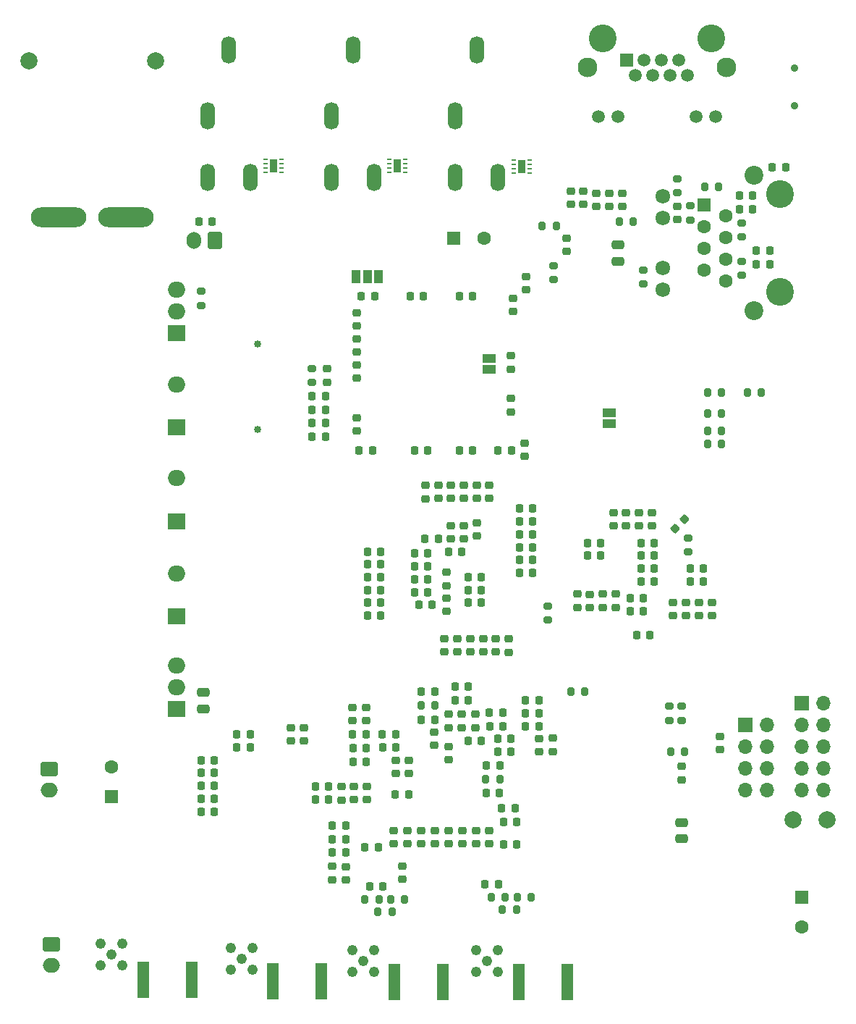
<source format=gbr>
%TF.GenerationSoftware,KiCad,Pcbnew,7.0.2*%
%TF.CreationDate,2024-03-22T17:28:19-04:00*%
%TF.ProjectId,MR-Core,4d522d43-6f72-4652-9e6b-696361645f70,rev?*%
%TF.SameCoordinates,Original*%
%TF.FileFunction,Soldermask,Bot*%
%TF.FilePolarity,Negative*%
%FSLAX46Y46*%
G04 Gerber Fmt 4.6, Leading zero omitted, Abs format (unit mm)*
G04 Created by KiCad (PCBNEW 7.0.2) date 2024-03-22 17:28:19*
%MOMM*%
%LPD*%
G01*
G04 APERTURE LIST*
G04 Aperture macros list*
%AMRoundRect*
0 Rectangle with rounded corners*
0 $1 Rounding radius*
0 $2 $3 $4 $5 $6 $7 $8 $9 X,Y pos of 4 corners*
0 Add a 4 corners polygon primitive as box body*
4,1,4,$2,$3,$4,$5,$6,$7,$8,$9,$2,$3,0*
0 Add four circle primitives for the rounded corners*
1,1,$1+$1,$2,$3*
1,1,$1+$1,$4,$5*
1,1,$1+$1,$6,$7*
1,1,$1+$1,$8,$9*
0 Add four rect primitives between the rounded corners*
20,1,$1+$1,$2,$3,$4,$5,0*
20,1,$1+$1,$4,$5,$6,$7,0*
20,1,$1+$1,$6,$7,$8,$9,0*
20,1,$1+$1,$8,$9,$2,$3,0*%
G04 Aperture macros list end*
%ADD10R,2.000000X1.905000*%
%ADD11O,2.000000X1.905000*%
%ADD12R,1.350000X4.200000*%
%ADD13C,1.240000*%
%ADD14RoundRect,0.250000X-0.750000X0.600000X-0.750000X-0.600000X0.750000X-0.600000X0.750000X0.600000X0*%
%ADD15O,2.000000X1.700000*%
%ADD16C,0.900000*%
%ADD17O,1.712000X3.220000*%
%ADD18C,2.000000*%
%ADD19O,6.500000X2.300000*%
%ADD20R,1.600000X1.600000*%
%ADD21C,1.600000*%
%ADD22RoundRect,0.250000X0.600000X0.750000X-0.600000X0.750000X-0.600000X-0.750000X0.600000X-0.750000X0*%
%ADD23O,1.700000X2.000000*%
%ADD24C,3.250000*%
%ADD25R,1.500000X1.500000*%
%ADD26C,1.500000*%
%ADD27C,2.300000*%
%ADD28RoundRect,0.248000X0.552000X-0.552000X0.552000X0.552000X-0.552000X0.552000X-0.552000X-0.552000X0*%
%ADD29C,1.720000*%
%ADD30C,2.200000*%
%ADD31C,0.850000*%
%ADD32R,1.700000X1.700000*%
%ADD33O,1.700000X1.700000*%
%ADD34RoundRect,0.225000X-0.225000X-0.250000X0.225000X-0.250000X0.225000X0.250000X-0.225000X0.250000X0*%
%ADD35RoundRect,0.225000X0.225000X0.250000X-0.225000X0.250000X-0.225000X-0.250000X0.225000X-0.250000X0*%
%ADD36RoundRect,0.225000X-0.250000X0.225000X-0.250000X-0.225000X0.250000X-0.225000X0.250000X0.225000X0*%
%ADD37RoundRect,0.225000X0.250000X-0.225000X0.250000X0.225000X-0.250000X0.225000X-0.250000X-0.225000X0*%
%ADD38RoundRect,0.218750X-0.256250X0.218750X-0.256250X-0.218750X0.256250X-0.218750X0.256250X0.218750X0*%
%ADD39R,1.500000X1.000000*%
%ADD40RoundRect,0.200000X0.200000X0.275000X-0.200000X0.275000X-0.200000X-0.275000X0.200000X-0.275000X0*%
%ADD41RoundRect,0.200000X-0.200000X-0.275000X0.200000X-0.275000X0.200000X0.275000X-0.200000X0.275000X0*%
%ADD42R,0.500000X0.250000*%
%ADD43R,0.900000X1.600000*%
%ADD44RoundRect,0.218750X0.256250X-0.218750X0.256250X0.218750X-0.256250X0.218750X-0.256250X-0.218750X0*%
%ADD45RoundRect,0.200000X-0.275000X0.200000X-0.275000X-0.200000X0.275000X-0.200000X0.275000X0.200000X0*%
%ADD46RoundRect,0.225000X-0.017678X0.335876X-0.335876X0.017678X0.017678X-0.335876X0.335876X-0.017678X0*%
%ADD47RoundRect,0.200000X0.275000X-0.200000X0.275000X0.200000X-0.275000X0.200000X-0.275000X-0.200000X0*%
%ADD48RoundRect,0.218750X-0.218750X-0.256250X0.218750X-0.256250X0.218750X0.256250X-0.218750X0.256250X0*%
%ADD49R,1.000000X1.500000*%
%ADD50RoundRect,0.218750X0.218750X0.256250X-0.218750X0.256250X-0.218750X-0.256250X0.218750X-0.256250X0*%
%ADD51RoundRect,0.250000X-0.475000X0.250000X-0.475000X-0.250000X0.475000X-0.250000X0.475000X0.250000X0*%
G04 APERTURE END LIST*
D10*
%TO.C,R25*%
X107400000Y-77040000D03*
D11*
X107400000Y-72040000D03*
%TD*%
D12*
%TO.C,J17*%
X132875000Y-141887500D03*
X138525000Y-141887500D03*
%TD*%
D13*
%TO.C,J1*%
X143730000Y-139500000D03*
X142460000Y-138230000D03*
X142460000Y-140770000D03*
X145000000Y-138230000D03*
X145000000Y-140770000D03*
%TD*%
%TO.C,J2*%
X129250000Y-139500000D03*
X127980000Y-138230000D03*
X127980000Y-140770000D03*
X130520000Y-138230000D03*
X130520000Y-140770000D03*
%TD*%
D10*
%TO.C,R26*%
X107400000Y-99200000D03*
D11*
X107400000Y-94200000D03*
%TD*%
D14*
%TO.C,J20*%
X92750000Y-137500000D03*
D15*
X92750000Y-140000000D03*
%TD*%
D13*
%TO.C,J3*%
X99797500Y-138750000D03*
X101067500Y-140020000D03*
X101067500Y-137480000D03*
X98527500Y-140020000D03*
X98527500Y-137480000D03*
%TD*%
D16*
%TO.C,J23*%
X179725000Y-39500000D03*
X179725000Y-35100000D03*
%TD*%
D17*
%TO.C,J22*%
X128000000Y-33000000D03*
X125500000Y-47900000D03*
X130500000Y-47900000D03*
X125500000Y-40700000D03*
%TD*%
D18*
%TO.C,J12*%
X90110000Y-34260000D03*
X104890000Y-34260000D03*
D19*
X93550000Y-52500000D03*
X101450000Y-52500000D03*
%TD*%
D12*
%TO.C,J18*%
X147425000Y-141887500D03*
X153075000Y-141887500D03*
%TD*%
D20*
%TO.C,C139*%
X180500000Y-132000000D03*
D21*
X180500000Y-135500000D03*
%TD*%
D22*
%TO.C,J19*%
X111900000Y-55200000D03*
D23*
X109400000Y-55200000D03*
%TD*%
D18*
%TO.C,TP8*%
X183500000Y-123000000D03*
%TD*%
D12*
%TO.C,J8*%
X103500000Y-141637500D03*
X109150000Y-141637500D03*
%TD*%
%TO.C,J16*%
X118625000Y-141837500D03*
X124275000Y-141837500D03*
%TD*%
D24*
%TO.C,J9*%
X157290000Y-31585000D03*
X169990000Y-31585000D03*
D25*
X160080000Y-34125000D03*
D26*
X161096000Y-35905000D03*
X162112000Y-34125000D03*
X163128000Y-35905000D03*
X164144000Y-34125000D03*
X165160000Y-35905000D03*
X166176000Y-34125000D03*
X167192000Y-35905000D03*
X156780000Y-40725000D03*
X159070000Y-40725000D03*
X168210000Y-40725000D03*
X170500000Y-40725000D03*
D27*
X155510000Y-35015000D03*
X171770000Y-35015000D03*
%TD*%
D18*
%TO.C,TP7*%
X179500000Y-123000000D03*
%TD*%
D24*
%TO.C,J15*%
X178000000Y-49785000D03*
X178000000Y-61215000D03*
D28*
X169110000Y-51055000D03*
D21*
X171650000Y-52325000D03*
X169110000Y-53595000D03*
X171650000Y-54865000D03*
X169110000Y-56135000D03*
X171650000Y-57405000D03*
X169110000Y-58675000D03*
X171650000Y-59945000D03*
D29*
X164280000Y-50035000D03*
X164280000Y-52575000D03*
X164280000Y-58425000D03*
X164280000Y-60965000D03*
D30*
X174950000Y-47600000D03*
X174950000Y-63400000D03*
%TD*%
D31*
%TO.C,J13*%
X116900000Y-77300000D03*
X116900000Y-67300000D03*
%TD*%
D20*
%TO.C,C198*%
X99750000Y-120250000D03*
D21*
X99750000Y-116750000D03*
%TD*%
D32*
%TO.C,J6*%
X180500000Y-109340000D03*
D33*
X183040000Y-109340000D03*
X180500000Y-111880000D03*
X183040000Y-111880000D03*
X180500000Y-114420000D03*
X183040000Y-114420000D03*
X180500000Y-116960000D03*
X183040000Y-116960000D03*
X180500000Y-119500000D03*
X183040000Y-119500000D03*
%TD*%
D10*
%TO.C,U14*%
X107400000Y-66040000D03*
D11*
X107400000Y-63500000D03*
X107400000Y-60960000D03*
%TD*%
D17*
%TO.C,J7*%
X113500000Y-33000000D03*
X111000000Y-47900000D03*
X116000000Y-47900000D03*
X111000000Y-40700000D03*
%TD*%
D13*
%TO.C,J4*%
X115000000Y-139250000D03*
X113730000Y-140520000D03*
X116270000Y-140520000D03*
X113730000Y-137980000D03*
X116270000Y-137980000D03*
%TD*%
D10*
%TO.C,R30*%
X107400000Y-88040000D03*
D11*
X107400000Y-83040000D03*
%TD*%
D17*
%TO.C,J5*%
X142500000Y-33000000D03*
X140000000Y-47900000D03*
X145000000Y-47900000D03*
X140000000Y-40700000D03*
%TD*%
D10*
%TO.C,U18*%
X107400000Y-110040000D03*
D11*
X107400000Y-107500000D03*
X107400000Y-104960000D03*
%TD*%
D32*
%TO.C,J10*%
X173960000Y-111880000D03*
D33*
X176500000Y-111880000D03*
X173960000Y-114420000D03*
X176500000Y-114420000D03*
X173960000Y-116960000D03*
X176500000Y-116960000D03*
X173960000Y-119500000D03*
X176500000Y-119500000D03*
%TD*%
D14*
%TO.C,J21*%
X92500000Y-117000000D03*
D15*
X92500000Y-119500000D03*
%TD*%
D20*
%TO.C,C200*%
X139847349Y-55000000D03*
D21*
X143347349Y-55000000D03*
%TD*%
D34*
%TO.C,C17*%
X136025000Y-108000000D03*
X137575000Y-108000000D03*
%TD*%
D35*
%TO.C,C119*%
X162025000Y-97085429D03*
X160475000Y-97085429D03*
%TD*%
D36*
%TO.C,C112*%
X158750000Y-96570429D03*
X158750000Y-98120429D03*
%TD*%
D34*
%TO.C,C185*%
X147475000Y-91095429D03*
X149025000Y-91095429D03*
%TD*%
D37*
%TO.C,C64*%
X132800000Y-125750000D03*
X132800000Y-124200000D03*
%TD*%
D34*
%TO.C,C3*%
X114450000Y-113000000D03*
X116000000Y-113000000D03*
%TD*%
D35*
%TO.C,C181*%
X131300000Y-91595429D03*
X129750000Y-91595429D03*
%TD*%
%TO.C,C180*%
X138000000Y-90100000D03*
X136450000Y-90100000D03*
%TD*%
D36*
%TO.C,C67*%
X127950000Y-109825000D03*
X127950000Y-111375000D03*
%TD*%
D34*
%TO.C,C187*%
X147475000Y-88095429D03*
X149025000Y-88095429D03*
%TD*%
D36*
%TO.C,C46*%
X133000000Y-116025000D03*
X133000000Y-117575000D03*
%TD*%
%TO.C,C42*%
X144750000Y-101770429D03*
X144750000Y-103320429D03*
%TD*%
D35*
%TO.C,C127*%
X163275000Y-92095429D03*
X161725000Y-92095429D03*
%TD*%
D38*
%TO.C,FB4*%
X139000000Y-94012500D03*
X139000000Y-95587500D03*
%TD*%
D36*
%TO.C,C116*%
X168500000Y-97545429D03*
X168500000Y-99095429D03*
%TD*%
D37*
%TO.C,C156*%
X156500000Y-51275000D03*
X156500000Y-49725000D03*
%TD*%
%TO.C,C82*%
X140750000Y-112175000D03*
X140750000Y-110625000D03*
%TD*%
%TO.C,C148*%
X128500000Y-65250000D03*
X128500000Y-63700000D03*
%TD*%
%TO.C,C208*%
X153500000Y-51000000D03*
X153500000Y-49450000D03*
%TD*%
D36*
%TO.C,C111*%
X157270000Y-96570429D03*
X157270000Y-98120429D03*
%TD*%
D37*
%TO.C,C170*%
X166500000Y-118275000D03*
X166500000Y-116725000D03*
%TD*%
%TO.C,C87*%
X141000000Y-90120429D03*
X141000000Y-88570429D03*
%TD*%
D39*
%TO.C,JP1*%
X144000000Y-70300000D03*
X144000000Y-69000000D03*
%TD*%
D40*
%TO.C,R48*%
X175825000Y-73000000D03*
X174175000Y-73000000D03*
%TD*%
D34*
%TO.C,C167*%
X175225000Y-56400000D03*
X176775000Y-56400000D03*
%TD*%
D37*
%TO.C,C44*%
X144000000Y-125775000D03*
X144000000Y-124225000D03*
%TD*%
D35*
%TO.C,C176*%
X136775000Y-93345429D03*
X135225000Y-93345429D03*
%TD*%
%TO.C,C25*%
X131300000Y-99095429D03*
X129750000Y-99095429D03*
%TD*%
%TO.C,C129*%
X163275000Y-93595429D03*
X161725000Y-93595429D03*
%TD*%
D41*
%TO.C,R89*%
X159175000Y-53000000D03*
X160825000Y-53000000D03*
%TD*%
D34*
%TO.C,C131*%
X167475000Y-95095429D03*
X169025000Y-95095429D03*
%TD*%
D35*
%TO.C,C12*%
X143025000Y-113750000D03*
X141475000Y-113750000D03*
%TD*%
D34*
%TO.C,C96*%
X123250000Y-75000000D03*
X124800000Y-75000000D03*
%TD*%
D42*
%TO.C,U10*%
X146800000Y-47350000D03*
X146800000Y-46850000D03*
X146800000Y-46350000D03*
X146800000Y-45850000D03*
X148700000Y-45850000D03*
X148700000Y-46350000D03*
X148700000Y-46850000D03*
X148700000Y-47350000D03*
D43*
X147750000Y-46600000D03*
%TD*%
D34*
%TO.C,C24*%
X143475000Y-130500000D03*
X145025000Y-130500000D03*
%TD*%
D41*
%TO.C,R11*%
X147250000Y-132000000D03*
X148900000Y-132000000D03*
%TD*%
D44*
%TO.C,FB5*%
X127200000Y-130000000D03*
X127200000Y-128425000D03*
%TD*%
D37*
%TO.C,C19*%
X142500000Y-85395429D03*
X142500000Y-83845429D03*
%TD*%
%TO.C,C58*%
X142400000Y-125775000D03*
X142400000Y-124225000D03*
%TD*%
%TO.C,C79*%
X137600000Y-125775000D03*
X137600000Y-124225000D03*
%TD*%
D34*
%TO.C,C35*%
X139225000Y-91600000D03*
X140775000Y-91600000D03*
%TD*%
D45*
%TO.C,R87*%
X166000000Y-48000000D03*
X166000000Y-49650000D03*
%TD*%
D36*
%TO.C,C110*%
X155750000Y-96595429D03*
X155750000Y-98145429D03*
%TD*%
D34*
%TO.C,C66*%
X123600000Y-120600000D03*
X125150000Y-120600000D03*
%TD*%
D35*
%TO.C,C120*%
X162025000Y-98595429D03*
X160475000Y-98595429D03*
%TD*%
D37*
%TO.C,C122*%
X160000000Y-88620429D03*
X160000000Y-87070429D03*
%TD*%
D35*
%TO.C,C145*%
X136800000Y-79750000D03*
X135250000Y-79750000D03*
%TD*%
D34*
%TO.C,C48*%
X144975000Y-113500000D03*
X146525000Y-113500000D03*
%TD*%
%TO.C,C166*%
X175225000Y-58000000D03*
X176775000Y-58000000D03*
%TD*%
D36*
%TO.C,C179*%
X139000000Y-97050000D03*
X139000000Y-98600000D03*
%TD*%
%TO.C,C26*%
X146250000Y-101820429D03*
X146250000Y-103370429D03*
%TD*%
D34*
%TO.C,C99*%
X123250000Y-76600000D03*
X124800000Y-76600000D03*
%TD*%
D36*
%TO.C,C115*%
X167000000Y-97545429D03*
X167000000Y-99095429D03*
%TD*%
D34*
%TO.C,C188*%
X147500000Y-86595429D03*
X149050000Y-86595429D03*
%TD*%
D37*
%TO.C,C9*%
X122250000Y-113775000D03*
X122250000Y-112225000D03*
%TD*%
%TO.C,C33*%
X139500000Y-85395429D03*
X139500000Y-83845429D03*
%TD*%
D35*
%TO.C,C77*%
X149775000Y-112000000D03*
X148225000Y-112000000D03*
%TD*%
D36*
%TO.C,C84*%
X137500000Y-112725000D03*
X137500000Y-114275000D03*
%TD*%
D35*
%TO.C,C143*%
X146550000Y-79750000D03*
X145000000Y-79750000D03*
%TD*%
D37*
%TO.C,C72*%
X151400000Y-114975000D03*
X151400000Y-113425000D03*
%TD*%
D35*
%TO.C,C178*%
X136775000Y-96345429D03*
X135225000Y-96345429D03*
%TD*%
%TO.C,C182*%
X131300000Y-93095429D03*
X129750000Y-93095429D03*
%TD*%
%TO.C,C177*%
X136775000Y-94845429D03*
X135225000Y-94845429D03*
%TD*%
D36*
%TO.C,C149*%
X128500000Y-66725000D03*
X128500000Y-68275000D03*
%TD*%
D41*
%TO.C,R13*%
X169500000Y-75500000D03*
X171150000Y-75500000D03*
%TD*%
%TO.C,R101*%
X165175000Y-115000000D03*
X166825000Y-115000000D03*
%TD*%
D46*
%TO.C,C107*%
X166798008Y-87797421D03*
X165701992Y-88893437D03*
%TD*%
D35*
%TO.C,C162*%
X111816072Y-116000000D03*
X110266072Y-116000000D03*
%TD*%
D36*
%TO.C,C114*%
X165500000Y-97570429D03*
X165500000Y-99120429D03*
%TD*%
D35*
%TO.C,C117*%
X157000000Y-90595429D03*
X155450000Y-90595429D03*
%TD*%
%TO.C,C73*%
X127175000Y-123612500D03*
X125625000Y-123612500D03*
%TD*%
D36*
%TO.C,C152*%
X146500000Y-68725000D03*
X146500000Y-70275000D03*
%TD*%
D35*
%TO.C,C160*%
X111816072Y-119000000D03*
X110266072Y-119000000D03*
%TD*%
D42*
%TO.C,U28*%
X132250000Y-47250000D03*
X132250000Y-46750000D03*
X132250000Y-46250000D03*
X132250000Y-45750000D03*
X134150000Y-45750000D03*
X134150000Y-46250000D03*
X134150000Y-46750000D03*
X134150000Y-47250000D03*
D43*
X133200000Y-46500000D03*
%TD*%
D41*
%TO.C,R3*%
X169500000Y-79000000D03*
X171150000Y-79000000D03*
%TD*%
D34*
%TO.C,C153*%
X140450000Y-61750000D03*
X142000000Y-61750000D03*
%TD*%
D37*
%TO.C,C132*%
X163000000Y-88620429D03*
X163000000Y-87070429D03*
%TD*%
D34*
%TO.C,C97*%
X123250000Y-73400000D03*
X124800000Y-73400000D03*
%TD*%
D37*
%TO.C,C5*%
X171000000Y-114775000D03*
X171000000Y-113225000D03*
%TD*%
D47*
%TO.C,R97*%
X166500000Y-111325000D03*
X166500000Y-109675000D03*
%TD*%
D48*
%TO.C,FB6*%
X123612500Y-119100000D03*
X125187500Y-119100000D03*
%TD*%
D36*
%TO.C,C141*%
X128500000Y-75975000D03*
X128500000Y-77525000D03*
%TD*%
D44*
%TO.C,FB1*%
X125025000Y-71787500D03*
X125025000Y-70212500D03*
%TD*%
D37*
%TO.C,C53*%
X140800000Y-125775000D03*
X140800000Y-124225000D03*
%TD*%
D34*
%TO.C,C54*%
X144975000Y-115000000D03*
X146525000Y-115000000D03*
%TD*%
D40*
%TO.C,R8*%
X145225000Y-118200000D03*
X143575000Y-118200000D03*
%TD*%
D35*
%TO.C,C154*%
X111550000Y-53000000D03*
X110000000Y-53000000D03*
%TD*%
D45*
%TO.C,R64*%
X167250000Y-90020429D03*
X167250000Y-91670429D03*
%TD*%
D47*
%TO.C,R41*%
X167500000Y-52825000D03*
X167500000Y-51175000D03*
%TD*%
D36*
%TO.C,C146*%
X146750000Y-61975000D03*
X146750000Y-63525000D03*
%TD*%
D37*
%TO.C,C59*%
X139200000Y-115975000D03*
X139200000Y-114425000D03*
%TD*%
D35*
%TO.C,C172*%
X143025000Y-97595429D03*
X141475000Y-97595429D03*
%TD*%
%TO.C,C68*%
X127175000Y-126812500D03*
X125625000Y-126812500D03*
%TD*%
D36*
%TO.C,C29*%
X133820000Y-128345429D03*
X133820000Y-129895429D03*
%TD*%
D41*
%TO.C,R9*%
X135975000Y-109600000D03*
X137625000Y-109600000D03*
%TD*%
D34*
%TO.C,C102*%
X129000000Y-61750000D03*
X130550000Y-61750000D03*
%TD*%
D37*
%TO.C,C34*%
X141000000Y-85395429D03*
X141000000Y-83845429D03*
%TD*%
D41*
%TO.C,R28*%
X130925000Y-133750000D03*
X132575000Y-133750000D03*
%TD*%
D40*
%TO.C,R15*%
X131075000Y-132250000D03*
X129425000Y-132250000D03*
%TD*%
D34*
%TO.C,C98*%
X123250000Y-78200000D03*
X124800000Y-78200000D03*
%TD*%
D35*
%TO.C,C36*%
X137275000Y-97845429D03*
X135725000Y-97845429D03*
%TD*%
%TO.C,C71*%
X145550000Y-110400000D03*
X144000000Y-110400000D03*
%TD*%
%TO.C,C147*%
X142025000Y-79750000D03*
X140475000Y-79750000D03*
%TD*%
%TO.C,C183*%
X131300000Y-94595429D03*
X129750000Y-94595429D03*
%TD*%
D34*
%TO.C,C52*%
X143625000Y-119800000D03*
X145175000Y-119800000D03*
%TD*%
D37*
%TO.C,C121*%
X161500000Y-88620429D03*
X161500000Y-87070429D03*
%TD*%
%TO.C,C56*%
X139200000Y-125775000D03*
X139200000Y-124225000D03*
%TD*%
%TO.C,C32*%
X138000000Y-85395429D03*
X138000000Y-83845429D03*
%TD*%
%TO.C,C50*%
X136000000Y-125775000D03*
X136000000Y-124225000D03*
%TD*%
D48*
%TO.C,FB11*%
X177100000Y-46700000D03*
X178675000Y-46700000D03*
%TD*%
D47*
%TO.C,R42*%
X173500000Y-54825000D03*
X173500000Y-53175000D03*
%TD*%
D41*
%TO.C,R4*%
X169500000Y-77500000D03*
X171150000Y-77500000D03*
%TD*%
D34*
%TO.C,C51*%
X131475000Y-114500000D03*
X133025000Y-114500000D03*
%TD*%
D36*
%TO.C,C109*%
X154250000Y-96570429D03*
X154250000Y-98120429D03*
%TD*%
%TO.C,C80*%
X129650000Y-119075000D03*
X129650000Y-120625000D03*
%TD*%
D34*
%TO.C,C86*%
X139950000Y-107400000D03*
X141500000Y-107400000D03*
%TD*%
D37*
%TO.C,C123*%
X158500000Y-88620429D03*
X158500000Y-87070429D03*
%TD*%
D49*
%TO.C,JP4*%
X131000000Y-59500000D03*
X129700000Y-59500000D03*
X128400000Y-59500000D03*
%TD*%
D37*
%TO.C,C207*%
X155000000Y-51000000D03*
X155000000Y-49450000D03*
%TD*%
D38*
%TO.C,FB7*%
X129550000Y-109812500D03*
X129550000Y-111387500D03*
%TD*%
D34*
%TO.C,C47*%
X145625000Y-125800000D03*
X147175000Y-125800000D03*
%TD*%
D35*
%TO.C,C75*%
X129550000Y-114600000D03*
X128000000Y-114600000D03*
%TD*%
D34*
%TO.C,C164*%
X173250000Y-51600000D03*
X174800000Y-51600000D03*
%TD*%
D44*
%TO.C,FB9*%
X149775000Y-115037500D03*
X149775000Y-113462500D03*
%TD*%
D37*
%TO.C,C76*%
X142375000Y-112175000D03*
X142375000Y-110625000D03*
%TD*%
D36*
%TO.C,C69*%
X126650000Y-119100000D03*
X126650000Y-120650000D03*
%TD*%
D40*
%TO.C,R10*%
X145825000Y-132000000D03*
X144175000Y-132000000D03*
%TD*%
D50*
%TO.C,FB8*%
X145587500Y-112000000D03*
X144012500Y-112000000D03*
%TD*%
D37*
%TO.C,C100*%
X148250000Y-61000000D03*
X148250000Y-59450000D03*
%TD*%
%TO.C,C63*%
X134400000Y-125775000D03*
X134400000Y-124225000D03*
%TD*%
D34*
%TO.C,C7*%
X114450000Y-114500000D03*
X116000000Y-114500000D03*
%TD*%
%TO.C,C126*%
X167475000Y-93595429D03*
X169025000Y-93595429D03*
%TD*%
D37*
%TO.C,C20*%
X136500000Y-85420429D03*
X136500000Y-83870429D03*
%TD*%
D36*
%TO.C,C40*%
X141750000Y-101770429D03*
X141750000Y-103320429D03*
%TD*%
D34*
%TO.C,C184*%
X147475000Y-92595429D03*
X149025000Y-92595429D03*
%TD*%
D41*
%TO.C,R16*%
X145495000Y-133500000D03*
X147145000Y-133500000D03*
%TD*%
D34*
%TO.C,C159*%
X110225000Y-122000000D03*
X111775000Y-122000000D03*
%TD*%
D37*
%TO.C,C18*%
X144000000Y-85395429D03*
X144000000Y-83845429D03*
%TD*%
D35*
%TO.C,C81*%
X129550000Y-116200000D03*
X128000000Y-116200000D03*
%TD*%
D37*
%TO.C,C65*%
X125600000Y-129962500D03*
X125600000Y-128412500D03*
%TD*%
D45*
%TO.C,R27*%
X150850000Y-97975000D03*
X150850000Y-99625000D03*
%TD*%
D35*
%TO.C,C118*%
X157025000Y-92095429D03*
X155475000Y-92095429D03*
%TD*%
D45*
%TO.C,R1*%
X110250000Y-61175000D03*
X110250000Y-62825000D03*
%TD*%
D44*
%TO.C,FB3*%
X159500000Y-51287500D03*
X159500000Y-49712500D03*
%TD*%
D34*
%TO.C,C62*%
X145625000Y-123200000D03*
X147175000Y-123200000D03*
%TD*%
%TO.C,C173*%
X141475000Y-96095429D03*
X143025000Y-96095429D03*
%TD*%
%TO.C,C38*%
X147475000Y-94095429D03*
X149025000Y-94095429D03*
%TD*%
D45*
%TO.C,R98*%
X165000000Y-109675000D03*
X165000000Y-111325000D03*
%TD*%
D51*
%TO.C,C137*%
X166500000Y-123300000D03*
X166500000Y-125200000D03*
%TD*%
D35*
%TO.C,C43*%
X130975000Y-126200000D03*
X129425000Y-126200000D03*
%TD*%
D37*
%TO.C,C209*%
X166000000Y-52775000D03*
X166000000Y-51225000D03*
%TD*%
D34*
%TO.C,C16*%
X136025000Y-111250000D03*
X137575000Y-111250000D03*
%TD*%
%TO.C,C186*%
X147475000Y-89595429D03*
X149025000Y-89595429D03*
%TD*%
D45*
%TO.C,R33*%
X151500000Y-58175000D03*
X151500000Y-59825000D03*
%TD*%
D35*
%TO.C,C21*%
X131300000Y-96095429D03*
X129750000Y-96095429D03*
%TD*%
D51*
%TO.C,C206*%
X159000000Y-55775000D03*
X159000000Y-57675000D03*
%TD*%
D35*
%TO.C,C128*%
X163275000Y-90595429D03*
X161725000Y-90595429D03*
%TD*%
%TO.C,C78*%
X149775000Y-109000000D03*
X148225000Y-109000000D03*
%TD*%
D42*
%TO.C,U24*%
X117800000Y-47250000D03*
X117800000Y-46750000D03*
X117800000Y-46250000D03*
X117800000Y-45750000D03*
X119700000Y-45750000D03*
X119700000Y-46250000D03*
X119700000Y-46750000D03*
X119700000Y-47250000D03*
D43*
X118750000Y-46500000D03*
%TD*%
D45*
%TO.C,R43*%
X173500000Y-57675000D03*
X173500000Y-59325000D03*
%TD*%
D37*
%TO.C,C163*%
X158000000Y-51275000D03*
X158000000Y-49725000D03*
%TD*%
D35*
%TO.C,C144*%
X130300000Y-79750000D03*
X128750000Y-79750000D03*
%TD*%
D34*
%TO.C,C55*%
X145425000Y-121600000D03*
X146975000Y-121600000D03*
%TD*%
D41*
%TO.C,R24*%
X169500000Y-73000000D03*
X171150000Y-73000000D03*
%TD*%
D34*
%TO.C,C49*%
X143650000Y-116600000D03*
X145200000Y-116600000D03*
%TD*%
D35*
%TO.C,C83*%
X149775000Y-110500000D03*
X148225000Y-110500000D03*
%TD*%
D37*
%TO.C,C150*%
X139500000Y-90120429D03*
X139500000Y-88570429D03*
%TD*%
%TO.C,C101*%
X148100000Y-80475000D03*
X148100000Y-78925000D03*
%TD*%
D41*
%TO.C,R14*%
X132425000Y-132250000D03*
X134075000Y-132250000D03*
%TD*%
D45*
%TO.C,R44*%
X123225000Y-70175000D03*
X123225000Y-71825000D03*
%TD*%
D34*
%TO.C,C174*%
X141475000Y-94595429D03*
X143025000Y-94595429D03*
%TD*%
D36*
%TO.C,C57*%
X134600000Y-116025000D03*
X134600000Y-117575000D03*
%TD*%
%TO.C,C113*%
X170000000Y-97570429D03*
X170000000Y-99120429D03*
%TD*%
D35*
%TO.C,C161*%
X111816072Y-117500000D03*
X110266072Y-117500000D03*
%TD*%
D34*
%TO.C,C142*%
X134725000Y-61750000D03*
X136275000Y-61750000D03*
%TD*%
D47*
%TO.C,R45*%
X162000000Y-60325000D03*
X162000000Y-58675000D03*
%TD*%
D34*
%TO.C,C165*%
X173225000Y-50000000D03*
X174775000Y-50000000D03*
%TD*%
D41*
%TO.C,R2*%
X153500000Y-108000000D03*
X155150000Y-108000000D03*
%TD*%
D37*
%TO.C,C31*%
X138750000Y-103345429D03*
X138750000Y-101795429D03*
%TD*%
D35*
%TO.C,C70*%
X129525000Y-113000000D03*
X127975000Y-113000000D03*
%TD*%
D36*
%TO.C,C151*%
X146500000Y-73725000D03*
X146500000Y-75275000D03*
%TD*%
D40*
%TO.C,R39*%
X151825000Y-53500000D03*
X150175000Y-53500000D03*
%TD*%
D37*
%TO.C,C88*%
X142500000Y-89775000D03*
X142500000Y-88225000D03*
%TD*%
D48*
%TO.C,FB10*%
X161212500Y-101345429D03*
X162787500Y-101345429D03*
%TD*%
D37*
%TO.C,C2*%
X120750000Y-113775000D03*
X120750000Y-112225000D03*
%TD*%
D35*
%TO.C,C175*%
X136775000Y-91845429D03*
X135225000Y-91845429D03*
%TD*%
D51*
%TO.C,C199*%
X110500000Y-108100000D03*
X110500000Y-110000000D03*
%TD*%
D36*
%TO.C,C205*%
X153000000Y-54950000D03*
X153000000Y-56500000D03*
%TD*%
D37*
%TO.C,C61*%
X139200000Y-112175000D03*
X139200000Y-110625000D03*
%TD*%
D36*
%TO.C,C74*%
X128150000Y-119075000D03*
X128150000Y-120625000D03*
%TD*%
D34*
%TO.C,C28*%
X132975000Y-120000000D03*
X134525000Y-120000000D03*
%TD*%
D37*
%TO.C,C30*%
X140250000Y-103345429D03*
X140250000Y-101795429D03*
%TD*%
D35*
%TO.C,C22*%
X131300000Y-97595429D03*
X129750000Y-97595429D03*
%TD*%
D34*
%TO.C,C27*%
X129975000Y-130750000D03*
X131525000Y-130750000D03*
%TD*%
D48*
%TO.C,FB15*%
X110250000Y-120500000D03*
X111825000Y-120500000D03*
%TD*%
D41*
%TO.C,R40*%
X169175000Y-49000000D03*
X170825000Y-49000000D03*
%TD*%
D39*
%TO.C,JP9*%
X158000000Y-75350000D03*
X158000000Y-76650000D03*
%TD*%
D35*
%TO.C,C130*%
X163275000Y-95095429D03*
X161725000Y-95095429D03*
%TD*%
D34*
%TO.C,C45*%
X131450000Y-113000000D03*
X133000000Y-113000000D03*
%TD*%
%TO.C,C85*%
X139950000Y-109000000D03*
X141500000Y-109000000D03*
%TD*%
D37*
%TO.C,C140*%
X128500000Y-71300000D03*
X128500000Y-69750000D03*
%TD*%
D36*
%TO.C,C41*%
X143250000Y-101770429D03*
X143250000Y-103320429D03*
%TD*%
D35*
%TO.C,C60*%
X127175000Y-125212500D03*
X125625000Y-125212500D03*
%TD*%
M02*

</source>
